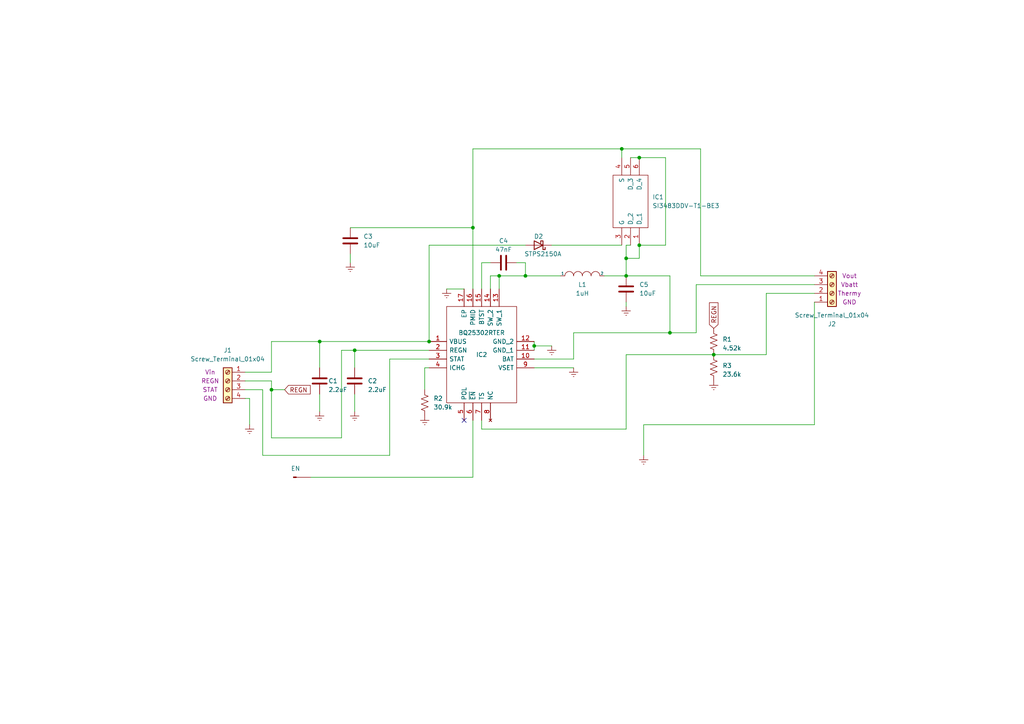
<source format=kicad_sch>
(kicad_sch (version 20230121) (generator eeschema)
  (paper "A4")
  (lib_symbols
    (symbol "Connector:Conn_01x01_Male" (pin_numbers hide) (pin_names (offset 1.016) hide)
      (property "Reference" "J" (at 0 2.54 0))
      (property "Value" "Conn_01x01_Male" (at 0 -2.54 0))
      (symbol "Conn_01x01_Male_1_1"
        (polyline (pts (xy 1.27 0) (xy 0.8636 0)) (stroke (width 0.1524)))
        (rectangle (start 0.8636 0.127) (end 0 -0.127) (stroke (width 0.1524)) (fill (type outline)))
        (pin passive line (at 5.08 0 180) (length 3.81) (name "Pin_1") (number "1"))
      )
    )
    (symbol "Connector:Screw_Terminal_01x04" (pin_names (offset 1.016) hide)
      (property "Reference" "J" (at 0 5.08 0))
      (property "Value" "Screw_Terminal_01x04" (at 0 -7.62 0))
      (symbol "Screw_Terminal_01x04_1_1"
        (rectangle (start -1.27 3.81) (end 1.27 -6.35) (stroke (width 0.254)) (fill (type background)))
        (circle (center 0 -5.08) (radius 0.635) (stroke (width 0.1524)))
        (circle (center 0 -2.54) (radius 0.635) (stroke (width 0.1524)))
        (polyline (pts (xy -0.5334 -4.7498) (xy 0.3302 -5.588)) (stroke (width 0.1524)))
        (polyline (pts (xy -0.5334 -2.2098) (xy 0.3302 -3.048)) (stroke (width 0.1524)))
        (polyline (pts (xy -0.5334 0.3302) (xy 0.3302 -0.508)) (stroke (width 0.1524)))
        (polyline (pts (xy -0.5334 2.8702) (xy 0.3302 2.032)) (stroke (width 0.1524)))
        (polyline (pts (xy -0.3556 -4.572) (xy 0.508 -5.4102)) (stroke (width 0.1524)))
        (polyline (pts (xy -0.3556 -2.032) (xy 0.508 -2.8702)) (stroke (width 0.1524)))
        (polyline (pts (xy -0.3556 0.508) (xy 0.508 -0.3302)) (stroke (width 0.1524)))
        (polyline (pts (xy -0.3556 3.048) (xy 0.508 2.2098)) (stroke (width 0.1524)))
        (circle (center 0 0) (radius 0.635) (stroke (width 0.1524)))
        (circle (center 0 2.54) (radius 0.635) (stroke (width 0.1524)))
        (pin passive line (at -5.08 2.54 0) (length 3.81) (name "Pin_1") (number "1"))
        (pin passive line (at -5.08 0 0) (length 3.81) (name "Pin_2") (number "2"))
        (pin passive line (at -5.08 -2.54 0) (length 3.81) (name "Pin_3") (number "3"))
        (pin passive line (at -5.08 -5.08 0) (length 3.81) (name "Pin_4") (number "4"))
      )
    )
    (symbol "Device:C" (pin_numbers hide) (pin_names (offset 0.254))
      (property "Reference" "C" (at 0.635 2.54 0))
      (property "Value" "C" (at 0.635 -2.54 0))
      (symbol "C_0_1"
        (polyline (pts (xy -2.032 -0.762) (xy 2.032 -0.762)) (stroke (width 0.508)))
        (polyline (pts (xy -2.032 0.762) (xy 2.032 0.762)) (stroke (width 0.508)))
      )
      (symbol "C_1_1"
        (pin passive line (at 0 3.81 270) (length 2.794) (name "~") (number "1"))
        (pin passive line (at 0 -3.81 90) (length 2.794) (name "~") (number "2"))
      )
    )
    (symbol "Device:D_Schottky" (pin_numbers hide) (pin_names (offset 1.016) hide)
      (property "Reference" "D" (at 0 2.54 0))
      (property "Value" "D_Schottky" (at 0 -2.54 0))
      (symbol "D_Schottky_0_1"
        (polyline (pts (xy 1.27 0) (xy -1.27 0)))
        (polyline (pts (xy 1.27 1.27) (xy 1.27 -1.27) (xy -1.27 0) (xy 1.27 1.27)) (stroke (width 0.254)))
        (polyline (pts (xy -1.905 0.635) (xy -1.905 1.27) (xy -1.27 1.27) (xy -1.27 -1.27) (xy -0.635 -1.27) (xy -0.635 -0.635)) (stroke (width 0.254)))
      )
      (symbol "D_Schottky_1_1"
        (pin passive line (at -3.81 0 0) (length 2.54) (name "K") (number "1"))
        (pin passive line (at 3.81 0 180) (length 2.54) (name "A") (number "2"))
      )
    )
    (symbol "Device:R_US" (pin_numbers hide) (pin_names (offset 0))
      (property "Reference" "R" (at 2.54 0 90))
      (property "Value" "R_US" (at -2.54 0 90))
      (symbol "R_US_0_1"
        (polyline (pts (xy 0 -2.286) (xy 0 -2.54)))
        (polyline (pts (xy 0 2.286) (xy 0 2.54)))
        (polyline (pts (xy 0 -0.762) (xy 1.016 -1.143) (xy 0 -1.524) (xy -1.016 -1.905) (xy 0 -2.286)))
        (polyline (pts (xy 0 0.762) (xy 1.016 0.381) (xy 0 0) (xy -1.016 -0.381) (xy 0 -0.762)))
        (polyline (pts (xy 0 2.286) (xy 1.016 1.905) (xy 0 1.524) (xy -1.016 1.143) (xy 0 0.762)))
      )
      (symbol "R_US_1_1"
        (pin passive line (at 0 3.81 270) (length 1.27) (name "~") (number "1"))
        (pin passive line (at 0 -3.81 90) (length 1.27) (name "~") (number "2"))
      )
    )
    (symbol "PFET SI3483DDV-T1-BE3:SI3483DDV-T1-BE3" (pin_names (offset 0.762))
      (property "Reference" "IC" (at 21.59 7.62 0))
      (property "Value" "SI3483DDV-T1-BE3" (at 21.59 5.08 0))
      (symbol "SI3483DDV-T1-BE3_0_0"
        (pin passive line (at 0 0 0) (length 5.08) (name "D_1") (number "1"))
        (pin passive line (at 0 -2.54 0) (length 5.08) (name "D_2") (number "2"))
        (pin passive line (at 0 -5.08 0) (length 5.08) (name "G") (number "3"))
        (pin passive line (at 25.4 -5.08 180) (length 5.08) (name "S") (number "4"))
        (pin passive line (at 25.4 -2.54 180) (length 5.08) (name "D_3") (number "5"))
        (pin passive line (at 25.4 0 180) (length 5.08) (name "D_4") (number "6"))
      )
      (symbol "SI3483DDV-T1-BE3_0_1"
        (polyline (pts (xy 5.08 2.54) (xy 20.32 2.54) (xy 20.32 -7.62) (xy 5.08 -7.62) (xy 5.08 2.54)) (stroke (width 0.1524)))
      )
    )
    (symbol "batt ch:BQ25302RTER" (pin_names (offset 0.762))
      (property "Reference" "IC" (at 26.67 15.24 0))
      (property "Value" "BQ25302RTER" (at 26.67 12.7 0))
      (symbol "BQ25302RTER_0_0"
        (pin passive line (at 0 0 0) (length 5.08) (name "VBUS") (number "1"))
        (pin passive line (at 30.48 -5.08 180) (length 5.08) (name "BAT") (number "10"))
        (pin passive line (at 30.48 -2.54 180) (length 5.08) (name "GND_1") (number "11"))
        (pin passive line (at 30.48 0 180) (length 5.08) (name "GND_2") (number "12"))
        (pin passive line (at 20.32 15.24 270) (length 5.08) (name "SW_1") (number "13"))
        (pin passive line (at 17.78 15.24 270) (length 5.08) (name "SW_2") (number "14"))
        (pin passive line (at 15.24 15.24 270) (length 5.08) (name "BTST") (number "15"))
        (pin passive line (at 12.7 15.24 270) (length 5.08) (name "PMID") (number "16"))
        (pin passive line (at 10.16 15.24 270) (length 5.08) (name "EP") (number "17"))
        (pin passive line (at 0 -2.54 0) (length 5.08) (name "REGN") (number "2"))
        (pin passive line (at 0 -5.08 0) (length 5.08) (name "STAT") (number "3"))
        (pin passive line (at 0 -7.62 0) (length 5.08) (name "ICHG") (number "4"))
        (pin passive line (at 10.16 -22.86 90) (length 5.08) (name "POL") (number "5"))
        (pin passive line (at 12.7 -22.86 90) (length 5.08) (name "~{EN}") (number "6"))
        (pin passive line (at 15.24 -22.86 90) (length 5.08) (name "TS") (number "7"))
        (pin no_connect line (at 17.78 -22.86 90) (length 5.08) (name "NC") (number "8"))
        (pin passive line (at 30.48 -7.62 180) (length 5.08) (name "VSET") (number "9"))
      )
      (symbol "BQ25302RTER_0_1"
        (polyline (pts (xy 5.08 10.16) (xy 25.4 10.16) (xy 25.4 -17.78) (xy 5.08 -17.78) (xy 5.08 10.16)) (stroke (width 0.1524)))
      )
    )
    (symbol "power:Earth" (power) (pin_numbers hide) (pin_names (offset 0) hide)
      (symbol "Earth_0_1"
        (polyline (pts (xy -0.635 -1.905) (xy 0.635 -1.905)))
        (polyline (pts (xy -0.127 -2.54) (xy 0.127 -2.54)))
        (polyline (pts (xy 0 -1.27) (xy 0 0)))
        (polyline (pts (xy 1.27 -1.27) (xy -1.27 -1.27)))
      )
      (symbol "Earth_1_1"
        (pin power_in line (at 0 0 270) (length 0) hide (name "Earth") (number "1"))
      )
    )
    (symbol "pspice:INDUCTOR" (pin_numbers hide) (pin_names (offset 0))
      (property "Reference" "L" (at 0 2.54 0))
      (property "Value" "INDUCTOR" (at 0 -1.27 0))
      (symbol "INDUCTOR_0_1"
        (arc (start -2.54 0) (mid -3.81 1.2645) (end -5.08 0))
        (arc (start 0 0) (mid -1.27 1.2645) (end -2.54 0))
        (arc (start 2.54 0) (mid 1.27 1.2645) (end 0 0))
        (arc (start 5.08 0) (mid 3.81 1.2645) (end 2.54 0))
      )
      (symbol "INDUCTOR_1_1"
        (pin input line (at -6.35 0 0) (length 1.27) (name "1") (number "1"))
        (pin input line (at 6.35 0 180) (length 1.27) (name "2") (number "2"))
      )
    )
  )
  (junction (at 102.87 101.6))
  (junction (at 207.01 102.87))
  (junction (at 180.34 43.18))
  (junction (at 152.4 80.01))
  (junction (at 144.78 80.01))
  (junction (at 194.31 96.52))
  (junction (at 154.94 100.33))
  (junction (at 181.61 80.01))
  (junction (at 78.74 113.03))
  (junction (at 92.71 99.06))
  (junction (at 185.42 45.72))
  (junction (at 124.46 99.06))
  (junction (at 181.61 74.93))
  (junction (at 137.16 66.04))
  (junction (at 185.42 71.12))
  (no_connect (at 134.62 121.92))
  (bus_entry (at 323.85 40.64) (size 2.54 2.54))
  (wire (pts (xy 137.16 83.82) (xy 137.16 66.04)))
  (wire (pts (xy 222.25 102.87) (xy 222.25 85.09)))
  (wire (pts (xy 236.22 87.63) (xy 236.22 123.19)))
  (wire (pts (xy 124.46 104.14) (xy 113.03 104.14)))
  (wire (pts (xy 137.16 43.18) (xy 137.16 66.04)))
  (wire (pts (xy 102.87 101.6) (xy 124.46 101.6)))
  (wire (pts (xy 78.74 113.03) (xy 78.74 127)))
  (wire (pts (xy 166.37 96.52) (xy 166.37 104.14)))
  (wire (pts (xy 76.2 113.03) (xy 71.12 113.03)))
  (wire (pts (xy 203.2 43.18) (xy 203.2 80.01)))
  (wire (pts (xy 175.26 80.01) (xy 181.61 80.01)))
  (wire (pts (xy 139.7 124.46) (xy 181.61 124.46)))
  (wire (pts (xy 129.54 83.82) (xy 134.62 83.82)))
  (wire (pts (xy 78.74 110.49) (xy 71.12 110.49)))
  (wire (pts (xy 180.34 43.18) (xy 180.34 45.72)))
  (wire (pts (xy 76.2 132.08) (xy 113.03 132.08)))
  (wire (pts (xy 181.61 71.12) (xy 182.88 71.12)))
  (wire (pts (xy 180.34 43.18) (xy 203.2 43.18)))
  (wire (pts (xy 101.6 73.66) (xy 101.6 76.2)))
  (wire (pts (xy 154.94 99.06) (xy 154.94 100.33)))
  (wire (pts (xy 99.06 101.6) (xy 99.06 127)))
  (wire (pts (xy 154.94 106.68) (xy 166.37 106.68)))
  (wire (pts (xy 152.4 80.01) (xy 162.56 80.01)))
  (wire (pts (xy 185.42 71.12) (xy 185.42 74.93)))
  (wire (pts (xy 139.7 76.2) (xy 139.7 83.82)))
  (wire (pts (xy 181.61 87.63) (xy 181.61 88.9)))
  (wire (pts (xy 137.16 138.43) (xy 90.17 138.43)))
  (wire (pts (xy 72.39 123.19) (xy 72.39 115.57)))
  (wire (pts (xy 154.94 100.33) (xy 160.02 100.33)))
  (wire (pts (xy 186.69 123.19) (xy 236.22 123.19)))
  (wire (pts (xy 193.04 45.72) (xy 193.04 71.12)))
  (wire (pts (xy 160.02 71.12) (xy 180.34 71.12)))
  (wire (pts (xy 102.87 101.6) (xy 102.87 106.68)))
  (wire (pts (xy 102.87 114.3) (xy 102.87 119.38)))
  (wire (pts (xy 207.01 102.87) (xy 222.25 102.87)))
  (wire (pts (xy 154.94 104.14) (xy 166.37 104.14)))
  (wire (pts (xy 142.24 80.01) (xy 144.78 80.01)))
  (wire (pts (xy 203.2 80.01) (xy 236.22 80.01)))
  (wire (pts (xy 166.37 96.52) (xy 194.31 96.52)))
  (wire (pts (xy 201.93 82.55) (xy 236.22 82.55)))
  (wire (pts (xy 181.61 102.87) (xy 207.01 102.87)))
  (wire (pts (xy 139.7 121.92) (xy 139.7 124.46)))
  (wire (pts (xy 123.19 106.68) (xy 123.19 113.03)))
  (wire (pts (xy 186.69 123.19) (xy 186.69 132.08)))
  (wire (pts (xy 185.42 71.12) (xy 193.04 71.12)))
  (wire (pts (xy 181.61 80.01) (xy 194.31 80.01)))
  (wire (pts (xy 144.78 80.01) (xy 152.4 80.01)))
  (wire (pts (xy 144.78 83.82) (xy 144.78 80.01)))
  (wire (pts (xy 76.2 113.03) (xy 76.2 132.08)))
  (wire (pts (xy 137.16 43.18) (xy 180.34 43.18)))
  (wire (pts (xy 92.71 99.06) (xy 124.46 99.06)))
  (wire (pts (xy 185.42 45.72) (xy 193.04 45.72)))
  (wire (pts (xy 78.74 127) (xy 99.06 127)))
  (wire (pts (xy 72.39 115.57) (xy 71.12 115.57)))
  (wire (pts (xy 137.16 121.92) (xy 137.16 138.43)))
  (wire (pts (xy 201.93 82.55) (xy 201.93 96.52)))
  (wire (pts (xy 99.06 101.6) (xy 102.87 101.6)))
  (wire (pts (xy 181.61 71.12) (xy 181.61 74.93)))
  (wire (pts (xy 142.24 83.82) (xy 142.24 80.01)))
  (wire (pts (xy 78.74 99.06) (xy 92.71 99.06)))
  (wire (pts (xy 78.74 107.95) (xy 78.74 99.06)))
  (wire (pts (xy 78.74 113.03) (xy 82.55 113.03)))
  (wire (pts (xy 222.25 85.09) (xy 236.22 85.09)))
  (wire (pts (xy 124.46 106.68) (xy 123.19 106.68)))
  (wire (pts (xy 152.4 71.12) (xy 124.46 71.12)))
  (wire (pts (xy 71.12 107.95) (xy 78.74 107.95)))
  (wire (pts (xy 92.71 114.3) (xy 92.71 119.38)))
  (wire (pts (xy 142.24 76.2) (xy 139.7 76.2)))
  (wire (pts (xy 194.31 96.52) (xy 194.31 80.01)))
  (wire (pts (xy 92.71 99.06) (xy 92.71 106.68)))
  (wire (pts (xy 113.03 104.14) (xy 113.03 132.08)))
  (wire (pts (xy 101.6 66.04) (xy 137.16 66.04)))
  (wire (pts (xy 154.94 100.33) (xy 154.94 101.6)))
  (wire (pts (xy 149.86 76.2) (xy 152.4 76.2)))
  (wire (pts (xy 185.42 74.93) (xy 181.61 74.93)))
  (wire (pts (xy 182.88 45.72) (xy 185.42 45.72)))
  (wire (pts (xy 124.46 71.12) (xy 124.46 99.06)))
  (wire (pts (xy 78.74 110.49) (xy 78.74 113.03)))
  (wire (pts (xy 181.61 74.93) (xy 181.61 80.01)))
  (wire (pts (xy 152.4 76.2) (xy 152.4 80.01)))
  (wire (pts (xy 181.61 124.46) (xy 181.61 102.87)))
  (wire (pts (xy 194.31 96.52) (xy 201.93 96.52)))
  (global_label "REGN" (shape input) (at 82.55 113.03 0) (property "Intersheetrefs" "${INTERSHEET_REFS}" (effects hide)))
  (global_label "REGN" (shape input) (at 207.01 95.25 90) (property "Intersheetrefs" "${INTERSHEET_REFS}" (effects hide)))
  (symbol (lib_id "power:Earth") (at 123.19 120.65 0) (unit 1)
    (property "Reference" "#PWR04" (effects hide))
    (property "Value" "Earth" (effects hide))
  )
  (symbol (lib_id "power:Earth") (at 186.69 132.08 0) (unit 1)
    (property "Reference" "#PWR09" (effects hide))
    (property "Value" "Earth" (effects hide))
  )
  (symbol (lib_id "Connector:Conn_01x01_Male") (at 85.09 138.43 0) (unit 1)
    (property "Reference" "J4" (effects hide))
    (property "Value" "EN" (at 85.725 135.89 0))
    (property "Footprint" "Connector_PinHeader_1.00mm:PinHeader_1x01_P1.00mm_Vertical" (effects hide))
  )
  (symbol (lib_id "Device:R_US") (at 123.19 116.84 180) (unit 1)
    (property "Reference" "R2" (at 125.73 115.5699 0) (effects (justify right)))
    (property "Value" "30.9k" (at 125.73 118.1099 0) (effects (justify right)))
    (property "Footprint" "rst 30.9k:RC0603FR-0730K9L" (effects hide))
  )
  (symbol (lib_id "batt ch:BQ25302RTER") (at 124.46 99.06 0) (unit 1)
    (property "Reference" "IC2" (at 139.7 102.87 0))
    (property "Value" "BQ25302RTER" (at 139.7 96.52 0))
    (property "Footprint" "Charger bq 25302:QFN50P300X300X80-17N-D" (effects hide))
    (property "Datasheet" "https://www.ti.com/lit/gpn/bq25302?HQS=ti-null-null-sf-df-pf-sep-wwe&DCM=yes" (effects hide))
    (property "Description" "Battery Management Standalone single cell 2.0-A buck battery charger 16-WQFN -40 to 85" (effects hide))
    (property "Height" "0.8" (effects hide))
    (property "Mouser Part Number" "595-BQ25302RTER" (effects hide))
    (property "Mouser Price/Stock" "https://www.mouser.co.uk/ProductDetail/Texas-Instruments/BQ25302RTER?qs=T94vaHKWudT5T0v43I60Mg%3D%3D" (effects hide))
    (property "Manufacturer_Name" "Texas Instruments" (effects hide))
    (property "Manufacturer_Part_Number" "BQ25302RTER" (effects hide))
  )
  (symbol (lib_id "power:Earth") (at 166.37 106.68 0) (unit 1)
    (property "Reference" "#PWR07" (effects hide))
    (property "Value" "Earth" (effects hide))
  )
  (symbol (lib_id "Device:R_US") (at 207.01 106.68 180) (unit 1)
    (property "Reference" "R3" (at 209.55 106.045 0) (effects (justify right)))
    (property "Value" "23.6k" (at 209.55 108.585 0) (effects (justify right)))
    (property "Footprint" "rst 30.9k:RC0603FR-0730K9L" (effects hide))
  )
  (symbol (lib_id "Device:C") (at 101.6 69.85 0) (unit 1)
    (property "Reference" "C3" (at 105.41 68.5799 0) (effects (justify left)))
    (property "Value" "10uF" (at 105.41 71.1199 0) (effects (justify left)))
    (property "Footprint" "10uF MLCC:CAPC2012X94N" (effects hide))
  )
  (symbol (lib_id "power:Earth") (at 207.01 110.49 0) (unit 1)
    (property "Reference" "#PWR05" (effects hide))
    (property "Value" "Earth" (effects hide))
  )
  (symbol (lib_id "Device:C") (at 102.87 110.49 0) (unit 1)
    (property "Reference" "C2" (at 106.68 110.49 0) (effects (justify left)))
    (property "Value" "2.2uF" (at 106.68 113.03 0) (effects (justify left)))
    (property "Footprint" "2.2uF:CAPC0603X33N" (effects hide))
  )
  (symbol (lib_id "Connector:Screw_Terminal_01x04") (at 241.3 85.09 0) (mirror x) (unit 1)
    (property "Reference" "J2" (at 241.3 93.98 0))
    (property "Value" "Screw_Terminal_01x04" (at 241.3 91.44 0))
    (property "Footprint" "Boost LTC3426:TerminalBlock_MetzConnect_Type059_RT06304HBWC_1x04_P3.50mm_Horizontal" (effects hide))
    (property "Vin" "Vout" (at 246.38 80.01 0))
    (property "GND" "Vbatt" (at 246.38 82.55 0))
    (property "Field6" "Thermy" (at 246.38 85.09 0))
    (property "Field7" "GND" (at 246.38 87.63 0))
  )
  (symbol (lib_id "Device:D_Schottky") (at 156.21 71.12 180) (unit 1)
    (property "Reference" "D2" (at 156.21 68.58 0))
    (property "Value" "STPS2150A" (at 157.48 73.66 0))
    (property "Footprint" "Schottky DD with stock:DIOM5126X265N" (effects hide))
  )
  (symbol (lib_id "Device:C") (at 181.61 83.82 0) (unit 1)
    (property "Reference" "C5" (at 185.42 82.5499 0) (effects (justify left)))
    (property "Value" "10uF" (at 185.42 85.0899 0) (effects (justify left)))
    (property "Footprint" "10uF MLCC:CAPC2012X94N" (effects hide))
  )
  (symbol (lib_id "power:Earth") (at 160.02 100.33 0) (unit 1)
    (property "Reference" "#PWR06" (effects hide))
    (property "Value" "Earth" (effects hide))
  )
  (symbol (lib_id "Connector:Screw_Terminal_01x04") (at 66.04 110.49 0) (mirror y) (unit 1)
    (property "Reference" "J1" (at 66.04 101.6 0))
    (property "Value" "Screw_Terminal_01x04" (at 66.04 104.14 0))
    (property "Footprint" "Boost LTC3426:TerminalBlock_MetzConnect_Type059_RT06304HBWC_1x04_P3.50mm_Horizontal" (effects hide))
    (property "Vin" "Vin" (at 60.96 107.95 0))
    (property "GND" "GND" (at 60.96 115.57 0))
    (property "Field6" "REGN" (at 60.96 110.49 0))
    (property "Field7" "STAT" (at 60.96 113.03 0))
  )
  (symbol (lib_id "Device:C") (at 146.05 76.2 90) (unit 1)
    (property "Reference" "C4" (at 146.05 69.85 90))
    (property "Value" "47nF" (at 146.05 72.39 90))
    (property "Footprint" "47nF:C1005_Commercial" (effects hide))
  )
  (symbol (lib_id "Device:R_US") (at 207.01 99.06 180) (unit 1)
    (property "Reference" "R1" (at 209.55 98.425 0) (effects (justify right)))
    (property "Value" "4.52k" (at 209.55 100.965 0) (effects (justify right)))
    (property "Footprint" "rst 30.9k:RC0603FR-0730K9L" (effects hide))
  )
  (symbol (lib_id "power:Earth") (at 72.39 123.19 0) (unit 1)
    (property "Reference" "#PWR0101" (effects hide))
    (property "Value" "Earth" (effects hide))
  )
  (symbol (lib_id "power:Earth") (at 102.87 119.38 0) (unit 1)
    (property "Reference" "#PWR02" (effects hide))
    (property "Value" "Earth" (effects hide))
  )
  (symbol (lib_id "power:Earth") (at 181.61 88.9 0) (unit 1)
    (property "Reference" "#PWR08" (effects hide))
    (property "Value" "Earth" (effects hide))
  )
  (symbol (lib_id "power:Earth") (at 92.71 119.38 0) (unit 1)
    (property "Reference" "#PWR01" (effects hide))
    (property "Value" "Earth" (effects hide))
  )
  (symbol (lib_id "Device:C") (at 92.71 110.49 0) (unit 1)
    (property "Reference" "C1" (at 95.25 110.49 0) (effects (justify left)))
    (property "Value" "2.2uF" (at 95.25 113.03 0) (effects (justify left)))
    (property "Footprint" "2.2uF:CAPC0603X33N" (effects hide))
  )
  (symbol (lib_id "power:Earth") (at 101.6 76.2 0) (unit 1)
    (property "Reference" "#PWR03" (effects hide))
    (property "Value" "Earth" (effects hide))
  )
  (symbol (lib_id "pspice:INDUCTOR") (at 168.91 80.01 0) (unit 1)
    (property "Reference" "L1" (at 168.91 82.55 0))
    (property "Value" "1uH" (at 168.91 85.09 0))
    (property "Footprint" "1uH indc:IHHP0805ZHER1R0M01" (effects hide))
  )
  (symbol (lib_id "power:Earth") (at 129.54 83.82 0) (unit 1)
    (property "Reference" "#PWR010" (effects hide))
    (property "Value" "Earth" (effects hide))
  )
  (symbol (lib_id "PFET SI3483DDV-T1-BE3:SI3483DDV-T1-BE3") (at 185.42 71.12 270) (mirror x) (unit 1)
    (property "Reference" "IC1" (at 189.23 57.1499 90) (effects (justify left)))
    (property "Value" "SI3483DDV-T1-BE3" (at 189.23 59.6899 90) (effects (justify left)))
    (property "Footprint" "PFET:SOT95P284X110-6N" (effects hide))
    (property "Description" "MOSFET P-CHANNEL 30-V (D-S)" (effects hide))
    (property "Height" "1.1" (effects hide))
    (property "Mouser Part Number" "78-SI3483DDV-T1-BE3" (effects hide))
    (property "Mouser Price/Stock" "https://www.mouser.co.uk/ProductDetail/Vishay-Siliconix/SI3483DDV-T1-BE3?qs=CiayqK2gdcISfQJWSfJFHA%3D%3D" (effects hide))
    (property "Manufacturer_Name" "Vishay" (effects hide))
    (property "Manufacturer_Part_Number" "SI3483DDV-T1-BE3" (effects hide))
  )
)
</source>
